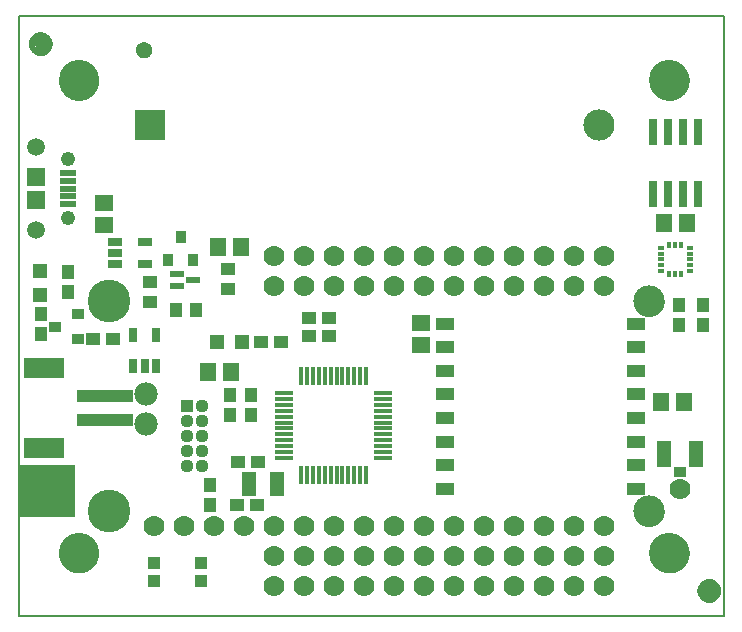
<source format=gts>
G75*
%MOIN*%
%OFA0B0*%
%FSLAX25Y25*%
%IPPOS*%
%LPD*%
%AMOC8*
5,1,8,0,0,1.08239X$1,22.5*
%
%ADD10C,0.00000*%
%ADD11C,0.10400*%
%ADD12C,0.00600*%
%ADD13R,0.19000X0.17500*%
%ADD14R,0.06306X0.05282*%
%ADD15R,0.04337X0.04731*%
%ADD16R,0.05282X0.06306*%
%ADD17R,0.05124X0.05124*%
%ADD18R,0.04731X0.04337*%
%ADD19C,0.04337*%
%ADD20C,0.01969*%
%ADD21R,0.04337X0.04337*%
%ADD22C,0.14243*%
%ADD23C,0.07000*%
%ADD24R,0.18510X0.04337*%
%ADD25R,0.13786X0.06699*%
%ADD26R,0.02565X0.05124*%
%ADD27R,0.04731X0.07880*%
%ADD28R,0.04534X0.02565*%
%ADD29R,0.04731X0.02369*%
%ADD30R,0.01581X0.06109*%
%ADD31R,0.06109X0.01581*%
%ADD32R,0.10400X0.10400*%
%ADD33C,0.05400*%
%ADD34R,0.06306X0.04337*%
%ADD35R,0.04534X0.09061*%
%ADD36R,0.04337X0.03550*%
%ADD37C,0.13400*%
%ADD38R,0.02426X0.01720*%
%ADD39R,0.02409X0.01731*%
%ADD40R,0.02427X0.01736*%
%ADD41R,0.02415X0.01739*%
%ADD42R,0.02415X0.01743*%
%ADD43R,0.02395X0.01738*%
%ADD44R,0.02387X0.01736*%
%ADD45R,0.02395X0.01730*%
%ADD46R,0.02386X0.01719*%
%ADD47R,0.02389X0.01750*%
%ADD48R,0.01753X0.02399*%
%ADD49R,0.01747X0.02405*%
%ADD50R,0.01749X0.02411*%
%ADD51R,0.01715X0.02398*%
%ADD52R,0.01723X0.02404*%
%ADD53R,0.01721X0.02411*%
%ADD54R,0.02762X0.09061*%
%ADD55C,0.04400*%
%ADD56R,0.04400X0.04400*%
%ADD57C,0.07800*%
%ADD58R,0.05715X0.01975*%
%ADD59C,0.04762*%
%ADD60C,0.05943*%
%ADD61R,0.06306X0.06306*%
%ADD62R,0.03900X0.03600*%
%ADD63R,0.03600X0.03900*%
%ADD64OC8,0.10400*%
D10*
X0052595Y0077996D02*
X0052597Y0078157D01*
X0052603Y0078317D01*
X0052613Y0078478D01*
X0052627Y0078638D01*
X0052645Y0078798D01*
X0052666Y0078957D01*
X0052692Y0079116D01*
X0052722Y0079274D01*
X0052755Y0079431D01*
X0052793Y0079588D01*
X0052834Y0079743D01*
X0052879Y0079897D01*
X0052928Y0080050D01*
X0052981Y0080202D01*
X0053037Y0080353D01*
X0053098Y0080502D01*
X0053161Y0080650D01*
X0053229Y0080796D01*
X0053300Y0080940D01*
X0053374Y0081082D01*
X0053452Y0081223D01*
X0053534Y0081361D01*
X0053619Y0081498D01*
X0053707Y0081632D01*
X0053799Y0081764D01*
X0053894Y0081894D01*
X0053992Y0082022D01*
X0054093Y0082147D01*
X0054197Y0082269D01*
X0054304Y0082389D01*
X0054414Y0082506D01*
X0054527Y0082621D01*
X0054643Y0082732D01*
X0054762Y0082841D01*
X0054883Y0082946D01*
X0055007Y0083049D01*
X0055133Y0083149D01*
X0055261Y0083245D01*
X0055392Y0083338D01*
X0055526Y0083428D01*
X0055661Y0083515D01*
X0055799Y0083598D01*
X0055938Y0083678D01*
X0056080Y0083754D01*
X0056223Y0083827D01*
X0056368Y0083896D01*
X0056515Y0083962D01*
X0056663Y0084024D01*
X0056813Y0084082D01*
X0056964Y0084137D01*
X0057117Y0084188D01*
X0057271Y0084235D01*
X0057426Y0084278D01*
X0057582Y0084317D01*
X0057738Y0084353D01*
X0057896Y0084384D01*
X0058054Y0084412D01*
X0058213Y0084436D01*
X0058373Y0084456D01*
X0058533Y0084472D01*
X0058693Y0084484D01*
X0058854Y0084492D01*
X0059015Y0084496D01*
X0059175Y0084496D01*
X0059336Y0084492D01*
X0059497Y0084484D01*
X0059657Y0084472D01*
X0059817Y0084456D01*
X0059977Y0084436D01*
X0060136Y0084412D01*
X0060294Y0084384D01*
X0060452Y0084353D01*
X0060608Y0084317D01*
X0060764Y0084278D01*
X0060919Y0084235D01*
X0061073Y0084188D01*
X0061226Y0084137D01*
X0061377Y0084082D01*
X0061527Y0084024D01*
X0061675Y0083962D01*
X0061822Y0083896D01*
X0061967Y0083827D01*
X0062110Y0083754D01*
X0062252Y0083678D01*
X0062391Y0083598D01*
X0062529Y0083515D01*
X0062664Y0083428D01*
X0062798Y0083338D01*
X0062929Y0083245D01*
X0063057Y0083149D01*
X0063183Y0083049D01*
X0063307Y0082946D01*
X0063428Y0082841D01*
X0063547Y0082732D01*
X0063663Y0082621D01*
X0063776Y0082506D01*
X0063886Y0082389D01*
X0063993Y0082269D01*
X0064097Y0082147D01*
X0064198Y0082022D01*
X0064296Y0081894D01*
X0064391Y0081764D01*
X0064483Y0081632D01*
X0064571Y0081498D01*
X0064656Y0081361D01*
X0064738Y0081223D01*
X0064816Y0081082D01*
X0064890Y0080940D01*
X0064961Y0080796D01*
X0065029Y0080650D01*
X0065092Y0080502D01*
X0065153Y0080353D01*
X0065209Y0080202D01*
X0065262Y0080050D01*
X0065311Y0079897D01*
X0065356Y0079743D01*
X0065397Y0079588D01*
X0065435Y0079431D01*
X0065468Y0079274D01*
X0065498Y0079116D01*
X0065524Y0078957D01*
X0065545Y0078798D01*
X0065563Y0078638D01*
X0065577Y0078478D01*
X0065587Y0078317D01*
X0065593Y0078157D01*
X0065595Y0077996D01*
X0065593Y0077835D01*
X0065587Y0077675D01*
X0065577Y0077514D01*
X0065563Y0077354D01*
X0065545Y0077194D01*
X0065524Y0077035D01*
X0065498Y0076876D01*
X0065468Y0076718D01*
X0065435Y0076561D01*
X0065397Y0076404D01*
X0065356Y0076249D01*
X0065311Y0076095D01*
X0065262Y0075942D01*
X0065209Y0075790D01*
X0065153Y0075639D01*
X0065092Y0075490D01*
X0065029Y0075342D01*
X0064961Y0075196D01*
X0064890Y0075052D01*
X0064816Y0074910D01*
X0064738Y0074769D01*
X0064656Y0074631D01*
X0064571Y0074494D01*
X0064483Y0074360D01*
X0064391Y0074228D01*
X0064296Y0074098D01*
X0064198Y0073970D01*
X0064097Y0073845D01*
X0063993Y0073723D01*
X0063886Y0073603D01*
X0063776Y0073486D01*
X0063663Y0073371D01*
X0063547Y0073260D01*
X0063428Y0073151D01*
X0063307Y0073046D01*
X0063183Y0072943D01*
X0063057Y0072843D01*
X0062929Y0072747D01*
X0062798Y0072654D01*
X0062664Y0072564D01*
X0062529Y0072477D01*
X0062391Y0072394D01*
X0062252Y0072314D01*
X0062110Y0072238D01*
X0061967Y0072165D01*
X0061822Y0072096D01*
X0061675Y0072030D01*
X0061527Y0071968D01*
X0061377Y0071910D01*
X0061226Y0071855D01*
X0061073Y0071804D01*
X0060919Y0071757D01*
X0060764Y0071714D01*
X0060608Y0071675D01*
X0060452Y0071639D01*
X0060294Y0071608D01*
X0060136Y0071580D01*
X0059977Y0071556D01*
X0059817Y0071536D01*
X0059657Y0071520D01*
X0059497Y0071508D01*
X0059336Y0071500D01*
X0059175Y0071496D01*
X0059015Y0071496D01*
X0058854Y0071500D01*
X0058693Y0071508D01*
X0058533Y0071520D01*
X0058373Y0071536D01*
X0058213Y0071556D01*
X0058054Y0071580D01*
X0057896Y0071608D01*
X0057738Y0071639D01*
X0057582Y0071675D01*
X0057426Y0071714D01*
X0057271Y0071757D01*
X0057117Y0071804D01*
X0056964Y0071855D01*
X0056813Y0071910D01*
X0056663Y0071968D01*
X0056515Y0072030D01*
X0056368Y0072096D01*
X0056223Y0072165D01*
X0056080Y0072238D01*
X0055938Y0072314D01*
X0055799Y0072394D01*
X0055661Y0072477D01*
X0055526Y0072564D01*
X0055392Y0072654D01*
X0055261Y0072747D01*
X0055133Y0072843D01*
X0055007Y0072943D01*
X0054883Y0073046D01*
X0054762Y0073151D01*
X0054643Y0073260D01*
X0054527Y0073371D01*
X0054414Y0073486D01*
X0054304Y0073603D01*
X0054197Y0073723D01*
X0054093Y0073845D01*
X0053992Y0073970D01*
X0053894Y0074098D01*
X0053799Y0074228D01*
X0053707Y0074360D01*
X0053619Y0074494D01*
X0053534Y0074631D01*
X0053452Y0074769D01*
X0053374Y0074910D01*
X0053300Y0075052D01*
X0053229Y0075196D01*
X0053161Y0075342D01*
X0053098Y0075490D01*
X0053037Y0075639D01*
X0052981Y0075790D01*
X0052928Y0075942D01*
X0052879Y0076095D01*
X0052834Y0076249D01*
X0052793Y0076404D01*
X0052755Y0076561D01*
X0052722Y0076718D01*
X0052692Y0076876D01*
X0052666Y0077035D01*
X0052645Y0077194D01*
X0052627Y0077354D01*
X0052613Y0077514D01*
X0052603Y0077675D01*
X0052597Y0077835D01*
X0052595Y0077996D01*
X0052595Y0235476D02*
X0052597Y0235637D01*
X0052603Y0235797D01*
X0052613Y0235958D01*
X0052627Y0236118D01*
X0052645Y0236278D01*
X0052666Y0236437D01*
X0052692Y0236596D01*
X0052722Y0236754D01*
X0052755Y0236911D01*
X0052793Y0237068D01*
X0052834Y0237223D01*
X0052879Y0237377D01*
X0052928Y0237530D01*
X0052981Y0237682D01*
X0053037Y0237833D01*
X0053098Y0237982D01*
X0053161Y0238130D01*
X0053229Y0238276D01*
X0053300Y0238420D01*
X0053374Y0238562D01*
X0053452Y0238703D01*
X0053534Y0238841D01*
X0053619Y0238978D01*
X0053707Y0239112D01*
X0053799Y0239244D01*
X0053894Y0239374D01*
X0053992Y0239502D01*
X0054093Y0239627D01*
X0054197Y0239749D01*
X0054304Y0239869D01*
X0054414Y0239986D01*
X0054527Y0240101D01*
X0054643Y0240212D01*
X0054762Y0240321D01*
X0054883Y0240426D01*
X0055007Y0240529D01*
X0055133Y0240629D01*
X0055261Y0240725D01*
X0055392Y0240818D01*
X0055526Y0240908D01*
X0055661Y0240995D01*
X0055799Y0241078D01*
X0055938Y0241158D01*
X0056080Y0241234D01*
X0056223Y0241307D01*
X0056368Y0241376D01*
X0056515Y0241442D01*
X0056663Y0241504D01*
X0056813Y0241562D01*
X0056964Y0241617D01*
X0057117Y0241668D01*
X0057271Y0241715D01*
X0057426Y0241758D01*
X0057582Y0241797D01*
X0057738Y0241833D01*
X0057896Y0241864D01*
X0058054Y0241892D01*
X0058213Y0241916D01*
X0058373Y0241936D01*
X0058533Y0241952D01*
X0058693Y0241964D01*
X0058854Y0241972D01*
X0059015Y0241976D01*
X0059175Y0241976D01*
X0059336Y0241972D01*
X0059497Y0241964D01*
X0059657Y0241952D01*
X0059817Y0241936D01*
X0059977Y0241916D01*
X0060136Y0241892D01*
X0060294Y0241864D01*
X0060452Y0241833D01*
X0060608Y0241797D01*
X0060764Y0241758D01*
X0060919Y0241715D01*
X0061073Y0241668D01*
X0061226Y0241617D01*
X0061377Y0241562D01*
X0061527Y0241504D01*
X0061675Y0241442D01*
X0061822Y0241376D01*
X0061967Y0241307D01*
X0062110Y0241234D01*
X0062252Y0241158D01*
X0062391Y0241078D01*
X0062529Y0240995D01*
X0062664Y0240908D01*
X0062798Y0240818D01*
X0062929Y0240725D01*
X0063057Y0240629D01*
X0063183Y0240529D01*
X0063307Y0240426D01*
X0063428Y0240321D01*
X0063547Y0240212D01*
X0063663Y0240101D01*
X0063776Y0239986D01*
X0063886Y0239869D01*
X0063993Y0239749D01*
X0064097Y0239627D01*
X0064198Y0239502D01*
X0064296Y0239374D01*
X0064391Y0239244D01*
X0064483Y0239112D01*
X0064571Y0238978D01*
X0064656Y0238841D01*
X0064738Y0238703D01*
X0064816Y0238562D01*
X0064890Y0238420D01*
X0064961Y0238276D01*
X0065029Y0238130D01*
X0065092Y0237982D01*
X0065153Y0237833D01*
X0065209Y0237682D01*
X0065262Y0237530D01*
X0065311Y0237377D01*
X0065356Y0237223D01*
X0065397Y0237068D01*
X0065435Y0236911D01*
X0065468Y0236754D01*
X0065498Y0236596D01*
X0065524Y0236437D01*
X0065545Y0236278D01*
X0065563Y0236118D01*
X0065577Y0235958D01*
X0065587Y0235797D01*
X0065593Y0235637D01*
X0065595Y0235476D01*
X0065593Y0235315D01*
X0065587Y0235155D01*
X0065577Y0234994D01*
X0065563Y0234834D01*
X0065545Y0234674D01*
X0065524Y0234515D01*
X0065498Y0234356D01*
X0065468Y0234198D01*
X0065435Y0234041D01*
X0065397Y0233884D01*
X0065356Y0233729D01*
X0065311Y0233575D01*
X0065262Y0233422D01*
X0065209Y0233270D01*
X0065153Y0233119D01*
X0065092Y0232970D01*
X0065029Y0232822D01*
X0064961Y0232676D01*
X0064890Y0232532D01*
X0064816Y0232390D01*
X0064738Y0232249D01*
X0064656Y0232111D01*
X0064571Y0231974D01*
X0064483Y0231840D01*
X0064391Y0231708D01*
X0064296Y0231578D01*
X0064198Y0231450D01*
X0064097Y0231325D01*
X0063993Y0231203D01*
X0063886Y0231083D01*
X0063776Y0230966D01*
X0063663Y0230851D01*
X0063547Y0230740D01*
X0063428Y0230631D01*
X0063307Y0230526D01*
X0063183Y0230423D01*
X0063057Y0230323D01*
X0062929Y0230227D01*
X0062798Y0230134D01*
X0062664Y0230044D01*
X0062529Y0229957D01*
X0062391Y0229874D01*
X0062252Y0229794D01*
X0062110Y0229718D01*
X0061967Y0229645D01*
X0061822Y0229576D01*
X0061675Y0229510D01*
X0061527Y0229448D01*
X0061377Y0229390D01*
X0061226Y0229335D01*
X0061073Y0229284D01*
X0060919Y0229237D01*
X0060764Y0229194D01*
X0060608Y0229155D01*
X0060452Y0229119D01*
X0060294Y0229088D01*
X0060136Y0229060D01*
X0059977Y0229036D01*
X0059817Y0229016D01*
X0059657Y0229000D01*
X0059497Y0228988D01*
X0059336Y0228980D01*
X0059175Y0228976D01*
X0059015Y0228976D01*
X0058854Y0228980D01*
X0058693Y0228988D01*
X0058533Y0229000D01*
X0058373Y0229016D01*
X0058213Y0229036D01*
X0058054Y0229060D01*
X0057896Y0229088D01*
X0057738Y0229119D01*
X0057582Y0229155D01*
X0057426Y0229194D01*
X0057271Y0229237D01*
X0057117Y0229284D01*
X0056964Y0229335D01*
X0056813Y0229390D01*
X0056663Y0229448D01*
X0056515Y0229510D01*
X0056368Y0229576D01*
X0056223Y0229645D01*
X0056080Y0229718D01*
X0055938Y0229794D01*
X0055799Y0229874D01*
X0055661Y0229957D01*
X0055526Y0230044D01*
X0055392Y0230134D01*
X0055261Y0230227D01*
X0055133Y0230323D01*
X0055007Y0230423D01*
X0054883Y0230526D01*
X0054762Y0230631D01*
X0054643Y0230740D01*
X0054527Y0230851D01*
X0054414Y0230966D01*
X0054304Y0231083D01*
X0054197Y0231203D01*
X0054093Y0231325D01*
X0053992Y0231450D01*
X0053894Y0231578D01*
X0053799Y0231708D01*
X0053707Y0231840D01*
X0053619Y0231974D01*
X0053534Y0232111D01*
X0053452Y0232249D01*
X0053374Y0232390D01*
X0053300Y0232532D01*
X0053229Y0232676D01*
X0053161Y0232822D01*
X0053098Y0232970D01*
X0053037Y0233119D01*
X0052981Y0233270D01*
X0052928Y0233422D01*
X0052879Y0233575D01*
X0052834Y0233729D01*
X0052793Y0233884D01*
X0052755Y0234041D01*
X0052722Y0234198D01*
X0052692Y0234356D01*
X0052666Y0234515D01*
X0052645Y0234674D01*
X0052627Y0234834D01*
X0052613Y0234994D01*
X0052603Y0235155D01*
X0052597Y0235315D01*
X0052595Y0235476D01*
X0078268Y0245630D02*
X0078270Y0245729D01*
X0078276Y0245829D01*
X0078286Y0245928D01*
X0078300Y0246026D01*
X0078317Y0246124D01*
X0078339Y0246221D01*
X0078364Y0246317D01*
X0078393Y0246412D01*
X0078426Y0246506D01*
X0078463Y0246598D01*
X0078503Y0246689D01*
X0078547Y0246778D01*
X0078595Y0246866D01*
X0078646Y0246951D01*
X0078700Y0247034D01*
X0078757Y0247116D01*
X0078818Y0247194D01*
X0078882Y0247271D01*
X0078948Y0247344D01*
X0079018Y0247415D01*
X0079090Y0247483D01*
X0079165Y0247549D01*
X0079243Y0247611D01*
X0079323Y0247670D01*
X0079405Y0247726D01*
X0079489Y0247778D01*
X0079576Y0247827D01*
X0079664Y0247873D01*
X0079754Y0247915D01*
X0079846Y0247954D01*
X0079939Y0247989D01*
X0080033Y0248020D01*
X0080129Y0248047D01*
X0080226Y0248070D01*
X0080323Y0248090D01*
X0080421Y0248106D01*
X0080520Y0248118D01*
X0080619Y0248126D01*
X0080718Y0248130D01*
X0080818Y0248130D01*
X0080917Y0248126D01*
X0081016Y0248118D01*
X0081115Y0248106D01*
X0081213Y0248090D01*
X0081310Y0248070D01*
X0081407Y0248047D01*
X0081503Y0248020D01*
X0081597Y0247989D01*
X0081690Y0247954D01*
X0081782Y0247915D01*
X0081872Y0247873D01*
X0081960Y0247827D01*
X0082047Y0247778D01*
X0082131Y0247726D01*
X0082213Y0247670D01*
X0082293Y0247611D01*
X0082371Y0247549D01*
X0082446Y0247483D01*
X0082518Y0247415D01*
X0082588Y0247344D01*
X0082654Y0247271D01*
X0082718Y0247194D01*
X0082779Y0247116D01*
X0082836Y0247034D01*
X0082890Y0246951D01*
X0082941Y0246866D01*
X0082989Y0246778D01*
X0083033Y0246689D01*
X0083073Y0246598D01*
X0083110Y0246506D01*
X0083143Y0246412D01*
X0083172Y0246317D01*
X0083197Y0246221D01*
X0083219Y0246124D01*
X0083236Y0246026D01*
X0083250Y0245928D01*
X0083260Y0245829D01*
X0083266Y0245729D01*
X0083268Y0245630D01*
X0083266Y0245531D01*
X0083260Y0245431D01*
X0083250Y0245332D01*
X0083236Y0245234D01*
X0083219Y0245136D01*
X0083197Y0245039D01*
X0083172Y0244943D01*
X0083143Y0244848D01*
X0083110Y0244754D01*
X0083073Y0244662D01*
X0083033Y0244571D01*
X0082989Y0244482D01*
X0082941Y0244394D01*
X0082890Y0244309D01*
X0082836Y0244226D01*
X0082779Y0244144D01*
X0082718Y0244066D01*
X0082654Y0243989D01*
X0082588Y0243916D01*
X0082518Y0243845D01*
X0082446Y0243777D01*
X0082371Y0243711D01*
X0082293Y0243649D01*
X0082213Y0243590D01*
X0082131Y0243534D01*
X0082047Y0243482D01*
X0081960Y0243433D01*
X0081872Y0243387D01*
X0081782Y0243345D01*
X0081690Y0243306D01*
X0081597Y0243271D01*
X0081503Y0243240D01*
X0081407Y0243213D01*
X0081310Y0243190D01*
X0081213Y0243170D01*
X0081115Y0243154D01*
X0081016Y0243142D01*
X0080917Y0243134D01*
X0080818Y0243130D01*
X0080718Y0243130D01*
X0080619Y0243134D01*
X0080520Y0243142D01*
X0080421Y0243154D01*
X0080323Y0243170D01*
X0080226Y0243190D01*
X0080129Y0243213D01*
X0080033Y0243240D01*
X0079939Y0243271D01*
X0079846Y0243306D01*
X0079754Y0243345D01*
X0079664Y0243387D01*
X0079576Y0243433D01*
X0079489Y0243482D01*
X0079405Y0243534D01*
X0079323Y0243590D01*
X0079243Y0243649D01*
X0079165Y0243711D01*
X0079090Y0243777D01*
X0079018Y0243845D01*
X0078948Y0243916D01*
X0078882Y0243989D01*
X0078818Y0244066D01*
X0078757Y0244144D01*
X0078700Y0244226D01*
X0078646Y0244309D01*
X0078595Y0244394D01*
X0078547Y0244482D01*
X0078503Y0244571D01*
X0078463Y0244662D01*
X0078426Y0244754D01*
X0078393Y0244848D01*
X0078364Y0244943D01*
X0078339Y0245039D01*
X0078317Y0245136D01*
X0078300Y0245234D01*
X0078286Y0245332D01*
X0078276Y0245431D01*
X0078270Y0245531D01*
X0078268Y0245630D01*
X0244095Y0161933D02*
X0244097Y0162074D01*
X0244103Y0162215D01*
X0244113Y0162355D01*
X0244127Y0162495D01*
X0244145Y0162635D01*
X0244166Y0162774D01*
X0244192Y0162913D01*
X0244221Y0163051D01*
X0244255Y0163187D01*
X0244292Y0163323D01*
X0244333Y0163458D01*
X0244378Y0163592D01*
X0244427Y0163724D01*
X0244479Y0163855D01*
X0244535Y0163984D01*
X0244595Y0164111D01*
X0244658Y0164237D01*
X0244724Y0164361D01*
X0244795Y0164484D01*
X0244868Y0164604D01*
X0244945Y0164722D01*
X0245025Y0164838D01*
X0245109Y0164951D01*
X0245195Y0165062D01*
X0245285Y0165171D01*
X0245378Y0165277D01*
X0245473Y0165380D01*
X0245572Y0165481D01*
X0245673Y0165579D01*
X0245777Y0165674D01*
X0245884Y0165766D01*
X0245993Y0165855D01*
X0246105Y0165940D01*
X0246219Y0166023D01*
X0246335Y0166103D01*
X0246454Y0166179D01*
X0246575Y0166251D01*
X0246697Y0166321D01*
X0246822Y0166386D01*
X0246948Y0166449D01*
X0247076Y0166507D01*
X0247206Y0166562D01*
X0247337Y0166614D01*
X0247470Y0166661D01*
X0247604Y0166705D01*
X0247739Y0166746D01*
X0247875Y0166782D01*
X0248012Y0166814D01*
X0248150Y0166843D01*
X0248288Y0166868D01*
X0248428Y0166888D01*
X0248568Y0166905D01*
X0248708Y0166918D01*
X0248849Y0166927D01*
X0248989Y0166932D01*
X0249130Y0166933D01*
X0249271Y0166930D01*
X0249412Y0166923D01*
X0249552Y0166912D01*
X0249692Y0166897D01*
X0249832Y0166878D01*
X0249971Y0166856D01*
X0250109Y0166829D01*
X0250247Y0166799D01*
X0250383Y0166764D01*
X0250519Y0166726D01*
X0250653Y0166684D01*
X0250787Y0166638D01*
X0250919Y0166589D01*
X0251049Y0166535D01*
X0251178Y0166478D01*
X0251305Y0166418D01*
X0251431Y0166354D01*
X0251554Y0166286D01*
X0251676Y0166215D01*
X0251796Y0166141D01*
X0251913Y0166063D01*
X0252028Y0165982D01*
X0252141Y0165898D01*
X0252252Y0165811D01*
X0252360Y0165720D01*
X0252465Y0165627D01*
X0252568Y0165530D01*
X0252668Y0165431D01*
X0252765Y0165329D01*
X0252859Y0165224D01*
X0252950Y0165117D01*
X0253038Y0165007D01*
X0253123Y0164895D01*
X0253205Y0164780D01*
X0253284Y0164663D01*
X0253359Y0164544D01*
X0253431Y0164423D01*
X0253499Y0164300D01*
X0253564Y0164175D01*
X0253626Y0164048D01*
X0253683Y0163919D01*
X0253738Y0163789D01*
X0253788Y0163658D01*
X0253835Y0163525D01*
X0253878Y0163391D01*
X0253917Y0163255D01*
X0253952Y0163119D01*
X0253984Y0162982D01*
X0254011Y0162844D01*
X0254035Y0162705D01*
X0254055Y0162565D01*
X0254071Y0162425D01*
X0254083Y0162285D01*
X0254091Y0162144D01*
X0254095Y0162003D01*
X0254095Y0161863D01*
X0254091Y0161722D01*
X0254083Y0161581D01*
X0254071Y0161441D01*
X0254055Y0161301D01*
X0254035Y0161161D01*
X0254011Y0161022D01*
X0253984Y0160884D01*
X0253952Y0160747D01*
X0253917Y0160611D01*
X0253878Y0160475D01*
X0253835Y0160341D01*
X0253788Y0160208D01*
X0253738Y0160077D01*
X0253683Y0159947D01*
X0253626Y0159818D01*
X0253564Y0159691D01*
X0253499Y0159566D01*
X0253431Y0159443D01*
X0253359Y0159322D01*
X0253284Y0159203D01*
X0253205Y0159086D01*
X0253123Y0158971D01*
X0253038Y0158859D01*
X0252950Y0158749D01*
X0252859Y0158642D01*
X0252765Y0158537D01*
X0252668Y0158435D01*
X0252568Y0158336D01*
X0252465Y0158239D01*
X0252360Y0158146D01*
X0252252Y0158055D01*
X0252141Y0157968D01*
X0252028Y0157884D01*
X0251913Y0157803D01*
X0251796Y0157725D01*
X0251676Y0157651D01*
X0251554Y0157580D01*
X0251431Y0157512D01*
X0251305Y0157448D01*
X0251178Y0157388D01*
X0251049Y0157331D01*
X0250919Y0157277D01*
X0250787Y0157228D01*
X0250653Y0157182D01*
X0250519Y0157140D01*
X0250383Y0157102D01*
X0250247Y0157067D01*
X0250109Y0157037D01*
X0249971Y0157010D01*
X0249832Y0156988D01*
X0249692Y0156969D01*
X0249552Y0156954D01*
X0249412Y0156943D01*
X0249271Y0156936D01*
X0249130Y0156933D01*
X0248989Y0156934D01*
X0248849Y0156939D01*
X0248708Y0156948D01*
X0248568Y0156961D01*
X0248428Y0156978D01*
X0248288Y0156998D01*
X0248150Y0157023D01*
X0248012Y0157052D01*
X0247875Y0157084D01*
X0247739Y0157120D01*
X0247604Y0157161D01*
X0247470Y0157205D01*
X0247337Y0157252D01*
X0247206Y0157304D01*
X0247076Y0157359D01*
X0246948Y0157417D01*
X0246822Y0157480D01*
X0246697Y0157545D01*
X0246575Y0157615D01*
X0246454Y0157687D01*
X0246335Y0157763D01*
X0246219Y0157843D01*
X0246105Y0157926D01*
X0245993Y0158011D01*
X0245884Y0158100D01*
X0245777Y0158192D01*
X0245673Y0158287D01*
X0245572Y0158385D01*
X0245473Y0158486D01*
X0245378Y0158589D01*
X0245285Y0158695D01*
X0245195Y0158804D01*
X0245109Y0158915D01*
X0245025Y0159028D01*
X0244945Y0159144D01*
X0244868Y0159262D01*
X0244795Y0159382D01*
X0244724Y0159505D01*
X0244658Y0159629D01*
X0244595Y0159755D01*
X0244535Y0159882D01*
X0244479Y0160011D01*
X0244427Y0160142D01*
X0244378Y0160274D01*
X0244333Y0160408D01*
X0244292Y0160543D01*
X0244255Y0160679D01*
X0244221Y0160815D01*
X0244192Y0160953D01*
X0244166Y0161092D01*
X0244145Y0161231D01*
X0244127Y0161371D01*
X0244113Y0161511D01*
X0244103Y0161651D01*
X0244097Y0161792D01*
X0244095Y0161933D01*
X0244095Y0091933D02*
X0244097Y0092074D01*
X0244103Y0092215D01*
X0244113Y0092355D01*
X0244127Y0092495D01*
X0244145Y0092635D01*
X0244166Y0092774D01*
X0244192Y0092913D01*
X0244221Y0093051D01*
X0244255Y0093187D01*
X0244292Y0093323D01*
X0244333Y0093458D01*
X0244378Y0093592D01*
X0244427Y0093724D01*
X0244479Y0093855D01*
X0244535Y0093984D01*
X0244595Y0094111D01*
X0244658Y0094237D01*
X0244724Y0094361D01*
X0244795Y0094484D01*
X0244868Y0094604D01*
X0244945Y0094722D01*
X0245025Y0094838D01*
X0245109Y0094951D01*
X0245195Y0095062D01*
X0245285Y0095171D01*
X0245378Y0095277D01*
X0245473Y0095380D01*
X0245572Y0095481D01*
X0245673Y0095579D01*
X0245777Y0095674D01*
X0245884Y0095766D01*
X0245993Y0095855D01*
X0246105Y0095940D01*
X0246219Y0096023D01*
X0246335Y0096103D01*
X0246454Y0096179D01*
X0246575Y0096251D01*
X0246697Y0096321D01*
X0246822Y0096386D01*
X0246948Y0096449D01*
X0247076Y0096507D01*
X0247206Y0096562D01*
X0247337Y0096614D01*
X0247470Y0096661D01*
X0247604Y0096705D01*
X0247739Y0096746D01*
X0247875Y0096782D01*
X0248012Y0096814D01*
X0248150Y0096843D01*
X0248288Y0096868D01*
X0248428Y0096888D01*
X0248568Y0096905D01*
X0248708Y0096918D01*
X0248849Y0096927D01*
X0248989Y0096932D01*
X0249130Y0096933D01*
X0249271Y0096930D01*
X0249412Y0096923D01*
X0249552Y0096912D01*
X0249692Y0096897D01*
X0249832Y0096878D01*
X0249971Y0096856D01*
X0250109Y0096829D01*
X0250247Y0096799D01*
X0250383Y0096764D01*
X0250519Y0096726D01*
X0250653Y0096684D01*
X0250787Y0096638D01*
X0250919Y0096589D01*
X0251049Y0096535D01*
X0251178Y0096478D01*
X0251305Y0096418D01*
X0251431Y0096354D01*
X0251554Y0096286D01*
X0251676Y0096215D01*
X0251796Y0096141D01*
X0251913Y0096063D01*
X0252028Y0095982D01*
X0252141Y0095898D01*
X0252252Y0095811D01*
X0252360Y0095720D01*
X0252465Y0095627D01*
X0252568Y0095530D01*
X0252668Y0095431D01*
X0252765Y0095329D01*
X0252859Y0095224D01*
X0252950Y0095117D01*
X0253038Y0095007D01*
X0253123Y0094895D01*
X0253205Y0094780D01*
X0253284Y0094663D01*
X0253359Y0094544D01*
X0253431Y0094423D01*
X0253499Y0094300D01*
X0253564Y0094175D01*
X0253626Y0094048D01*
X0253683Y0093919D01*
X0253738Y0093789D01*
X0253788Y0093658D01*
X0253835Y0093525D01*
X0253878Y0093391D01*
X0253917Y0093255D01*
X0253952Y0093119D01*
X0253984Y0092982D01*
X0254011Y0092844D01*
X0254035Y0092705D01*
X0254055Y0092565D01*
X0254071Y0092425D01*
X0254083Y0092285D01*
X0254091Y0092144D01*
X0254095Y0092003D01*
X0254095Y0091863D01*
X0254091Y0091722D01*
X0254083Y0091581D01*
X0254071Y0091441D01*
X0254055Y0091301D01*
X0254035Y0091161D01*
X0254011Y0091022D01*
X0253984Y0090884D01*
X0253952Y0090747D01*
X0253917Y0090611D01*
X0253878Y0090475D01*
X0253835Y0090341D01*
X0253788Y0090208D01*
X0253738Y0090077D01*
X0253683Y0089947D01*
X0253626Y0089818D01*
X0253564Y0089691D01*
X0253499Y0089566D01*
X0253431Y0089443D01*
X0253359Y0089322D01*
X0253284Y0089203D01*
X0253205Y0089086D01*
X0253123Y0088971D01*
X0253038Y0088859D01*
X0252950Y0088749D01*
X0252859Y0088642D01*
X0252765Y0088537D01*
X0252668Y0088435D01*
X0252568Y0088336D01*
X0252465Y0088239D01*
X0252360Y0088146D01*
X0252252Y0088055D01*
X0252141Y0087968D01*
X0252028Y0087884D01*
X0251913Y0087803D01*
X0251796Y0087725D01*
X0251676Y0087651D01*
X0251554Y0087580D01*
X0251431Y0087512D01*
X0251305Y0087448D01*
X0251178Y0087388D01*
X0251049Y0087331D01*
X0250919Y0087277D01*
X0250787Y0087228D01*
X0250653Y0087182D01*
X0250519Y0087140D01*
X0250383Y0087102D01*
X0250247Y0087067D01*
X0250109Y0087037D01*
X0249971Y0087010D01*
X0249832Y0086988D01*
X0249692Y0086969D01*
X0249552Y0086954D01*
X0249412Y0086943D01*
X0249271Y0086936D01*
X0249130Y0086933D01*
X0248989Y0086934D01*
X0248849Y0086939D01*
X0248708Y0086948D01*
X0248568Y0086961D01*
X0248428Y0086978D01*
X0248288Y0086998D01*
X0248150Y0087023D01*
X0248012Y0087052D01*
X0247875Y0087084D01*
X0247739Y0087120D01*
X0247604Y0087161D01*
X0247470Y0087205D01*
X0247337Y0087252D01*
X0247206Y0087304D01*
X0247076Y0087359D01*
X0246948Y0087417D01*
X0246822Y0087480D01*
X0246697Y0087545D01*
X0246575Y0087615D01*
X0246454Y0087687D01*
X0246335Y0087763D01*
X0246219Y0087843D01*
X0246105Y0087926D01*
X0245993Y0088011D01*
X0245884Y0088100D01*
X0245777Y0088192D01*
X0245673Y0088287D01*
X0245572Y0088385D01*
X0245473Y0088486D01*
X0245378Y0088589D01*
X0245285Y0088695D01*
X0245195Y0088804D01*
X0245109Y0088915D01*
X0245025Y0089028D01*
X0244945Y0089144D01*
X0244868Y0089262D01*
X0244795Y0089382D01*
X0244724Y0089505D01*
X0244658Y0089629D01*
X0244595Y0089755D01*
X0244535Y0089882D01*
X0244479Y0090011D01*
X0244427Y0090142D01*
X0244378Y0090274D01*
X0244333Y0090408D01*
X0244292Y0090543D01*
X0244255Y0090679D01*
X0244221Y0090815D01*
X0244192Y0090953D01*
X0244166Y0091092D01*
X0244145Y0091231D01*
X0244127Y0091371D01*
X0244113Y0091511D01*
X0244103Y0091651D01*
X0244097Y0091792D01*
X0244095Y0091933D01*
X0249446Y0077996D02*
X0249448Y0078157D01*
X0249454Y0078317D01*
X0249464Y0078478D01*
X0249478Y0078638D01*
X0249496Y0078798D01*
X0249517Y0078957D01*
X0249543Y0079116D01*
X0249573Y0079274D01*
X0249606Y0079431D01*
X0249644Y0079588D01*
X0249685Y0079743D01*
X0249730Y0079897D01*
X0249779Y0080050D01*
X0249832Y0080202D01*
X0249888Y0080353D01*
X0249949Y0080502D01*
X0250012Y0080650D01*
X0250080Y0080796D01*
X0250151Y0080940D01*
X0250225Y0081082D01*
X0250303Y0081223D01*
X0250385Y0081361D01*
X0250470Y0081498D01*
X0250558Y0081632D01*
X0250650Y0081764D01*
X0250745Y0081894D01*
X0250843Y0082022D01*
X0250944Y0082147D01*
X0251048Y0082269D01*
X0251155Y0082389D01*
X0251265Y0082506D01*
X0251378Y0082621D01*
X0251494Y0082732D01*
X0251613Y0082841D01*
X0251734Y0082946D01*
X0251858Y0083049D01*
X0251984Y0083149D01*
X0252112Y0083245D01*
X0252243Y0083338D01*
X0252377Y0083428D01*
X0252512Y0083515D01*
X0252650Y0083598D01*
X0252789Y0083678D01*
X0252931Y0083754D01*
X0253074Y0083827D01*
X0253219Y0083896D01*
X0253366Y0083962D01*
X0253514Y0084024D01*
X0253664Y0084082D01*
X0253815Y0084137D01*
X0253968Y0084188D01*
X0254122Y0084235D01*
X0254277Y0084278D01*
X0254433Y0084317D01*
X0254589Y0084353D01*
X0254747Y0084384D01*
X0254905Y0084412D01*
X0255064Y0084436D01*
X0255224Y0084456D01*
X0255384Y0084472D01*
X0255544Y0084484D01*
X0255705Y0084492D01*
X0255866Y0084496D01*
X0256026Y0084496D01*
X0256187Y0084492D01*
X0256348Y0084484D01*
X0256508Y0084472D01*
X0256668Y0084456D01*
X0256828Y0084436D01*
X0256987Y0084412D01*
X0257145Y0084384D01*
X0257303Y0084353D01*
X0257459Y0084317D01*
X0257615Y0084278D01*
X0257770Y0084235D01*
X0257924Y0084188D01*
X0258077Y0084137D01*
X0258228Y0084082D01*
X0258378Y0084024D01*
X0258526Y0083962D01*
X0258673Y0083896D01*
X0258818Y0083827D01*
X0258961Y0083754D01*
X0259103Y0083678D01*
X0259242Y0083598D01*
X0259380Y0083515D01*
X0259515Y0083428D01*
X0259649Y0083338D01*
X0259780Y0083245D01*
X0259908Y0083149D01*
X0260034Y0083049D01*
X0260158Y0082946D01*
X0260279Y0082841D01*
X0260398Y0082732D01*
X0260514Y0082621D01*
X0260627Y0082506D01*
X0260737Y0082389D01*
X0260844Y0082269D01*
X0260948Y0082147D01*
X0261049Y0082022D01*
X0261147Y0081894D01*
X0261242Y0081764D01*
X0261334Y0081632D01*
X0261422Y0081498D01*
X0261507Y0081361D01*
X0261589Y0081223D01*
X0261667Y0081082D01*
X0261741Y0080940D01*
X0261812Y0080796D01*
X0261880Y0080650D01*
X0261943Y0080502D01*
X0262004Y0080353D01*
X0262060Y0080202D01*
X0262113Y0080050D01*
X0262162Y0079897D01*
X0262207Y0079743D01*
X0262248Y0079588D01*
X0262286Y0079431D01*
X0262319Y0079274D01*
X0262349Y0079116D01*
X0262375Y0078957D01*
X0262396Y0078798D01*
X0262414Y0078638D01*
X0262428Y0078478D01*
X0262438Y0078317D01*
X0262444Y0078157D01*
X0262446Y0077996D01*
X0262444Y0077835D01*
X0262438Y0077675D01*
X0262428Y0077514D01*
X0262414Y0077354D01*
X0262396Y0077194D01*
X0262375Y0077035D01*
X0262349Y0076876D01*
X0262319Y0076718D01*
X0262286Y0076561D01*
X0262248Y0076404D01*
X0262207Y0076249D01*
X0262162Y0076095D01*
X0262113Y0075942D01*
X0262060Y0075790D01*
X0262004Y0075639D01*
X0261943Y0075490D01*
X0261880Y0075342D01*
X0261812Y0075196D01*
X0261741Y0075052D01*
X0261667Y0074910D01*
X0261589Y0074769D01*
X0261507Y0074631D01*
X0261422Y0074494D01*
X0261334Y0074360D01*
X0261242Y0074228D01*
X0261147Y0074098D01*
X0261049Y0073970D01*
X0260948Y0073845D01*
X0260844Y0073723D01*
X0260737Y0073603D01*
X0260627Y0073486D01*
X0260514Y0073371D01*
X0260398Y0073260D01*
X0260279Y0073151D01*
X0260158Y0073046D01*
X0260034Y0072943D01*
X0259908Y0072843D01*
X0259780Y0072747D01*
X0259649Y0072654D01*
X0259515Y0072564D01*
X0259380Y0072477D01*
X0259242Y0072394D01*
X0259103Y0072314D01*
X0258961Y0072238D01*
X0258818Y0072165D01*
X0258673Y0072096D01*
X0258526Y0072030D01*
X0258378Y0071968D01*
X0258228Y0071910D01*
X0258077Y0071855D01*
X0257924Y0071804D01*
X0257770Y0071757D01*
X0257615Y0071714D01*
X0257459Y0071675D01*
X0257303Y0071639D01*
X0257145Y0071608D01*
X0256987Y0071580D01*
X0256828Y0071556D01*
X0256668Y0071536D01*
X0256508Y0071520D01*
X0256348Y0071508D01*
X0256187Y0071500D01*
X0256026Y0071496D01*
X0255866Y0071496D01*
X0255705Y0071500D01*
X0255544Y0071508D01*
X0255384Y0071520D01*
X0255224Y0071536D01*
X0255064Y0071556D01*
X0254905Y0071580D01*
X0254747Y0071608D01*
X0254589Y0071639D01*
X0254433Y0071675D01*
X0254277Y0071714D01*
X0254122Y0071757D01*
X0253968Y0071804D01*
X0253815Y0071855D01*
X0253664Y0071910D01*
X0253514Y0071968D01*
X0253366Y0072030D01*
X0253219Y0072096D01*
X0253074Y0072165D01*
X0252931Y0072238D01*
X0252789Y0072314D01*
X0252650Y0072394D01*
X0252512Y0072477D01*
X0252377Y0072564D01*
X0252243Y0072654D01*
X0252112Y0072747D01*
X0251984Y0072843D01*
X0251858Y0072943D01*
X0251734Y0073046D01*
X0251613Y0073151D01*
X0251494Y0073260D01*
X0251378Y0073371D01*
X0251265Y0073486D01*
X0251155Y0073603D01*
X0251048Y0073723D01*
X0250944Y0073845D01*
X0250843Y0073970D01*
X0250745Y0074098D01*
X0250650Y0074228D01*
X0250558Y0074360D01*
X0250470Y0074494D01*
X0250385Y0074631D01*
X0250303Y0074769D01*
X0250225Y0074910D01*
X0250151Y0075052D01*
X0250080Y0075196D01*
X0250012Y0075342D01*
X0249949Y0075490D01*
X0249888Y0075639D01*
X0249832Y0075790D01*
X0249779Y0075942D01*
X0249730Y0076095D01*
X0249685Y0076249D01*
X0249644Y0076404D01*
X0249606Y0076561D01*
X0249573Y0076718D01*
X0249543Y0076876D01*
X0249517Y0077035D01*
X0249496Y0077194D01*
X0249478Y0077354D01*
X0249464Y0077514D01*
X0249454Y0077675D01*
X0249448Y0077835D01*
X0249446Y0077996D01*
X0249446Y0235476D02*
X0249448Y0235637D01*
X0249454Y0235797D01*
X0249464Y0235958D01*
X0249478Y0236118D01*
X0249496Y0236278D01*
X0249517Y0236437D01*
X0249543Y0236596D01*
X0249573Y0236754D01*
X0249606Y0236911D01*
X0249644Y0237068D01*
X0249685Y0237223D01*
X0249730Y0237377D01*
X0249779Y0237530D01*
X0249832Y0237682D01*
X0249888Y0237833D01*
X0249949Y0237982D01*
X0250012Y0238130D01*
X0250080Y0238276D01*
X0250151Y0238420D01*
X0250225Y0238562D01*
X0250303Y0238703D01*
X0250385Y0238841D01*
X0250470Y0238978D01*
X0250558Y0239112D01*
X0250650Y0239244D01*
X0250745Y0239374D01*
X0250843Y0239502D01*
X0250944Y0239627D01*
X0251048Y0239749D01*
X0251155Y0239869D01*
X0251265Y0239986D01*
X0251378Y0240101D01*
X0251494Y0240212D01*
X0251613Y0240321D01*
X0251734Y0240426D01*
X0251858Y0240529D01*
X0251984Y0240629D01*
X0252112Y0240725D01*
X0252243Y0240818D01*
X0252377Y0240908D01*
X0252512Y0240995D01*
X0252650Y0241078D01*
X0252789Y0241158D01*
X0252931Y0241234D01*
X0253074Y0241307D01*
X0253219Y0241376D01*
X0253366Y0241442D01*
X0253514Y0241504D01*
X0253664Y0241562D01*
X0253815Y0241617D01*
X0253968Y0241668D01*
X0254122Y0241715D01*
X0254277Y0241758D01*
X0254433Y0241797D01*
X0254589Y0241833D01*
X0254747Y0241864D01*
X0254905Y0241892D01*
X0255064Y0241916D01*
X0255224Y0241936D01*
X0255384Y0241952D01*
X0255544Y0241964D01*
X0255705Y0241972D01*
X0255866Y0241976D01*
X0256026Y0241976D01*
X0256187Y0241972D01*
X0256348Y0241964D01*
X0256508Y0241952D01*
X0256668Y0241936D01*
X0256828Y0241916D01*
X0256987Y0241892D01*
X0257145Y0241864D01*
X0257303Y0241833D01*
X0257459Y0241797D01*
X0257615Y0241758D01*
X0257770Y0241715D01*
X0257924Y0241668D01*
X0258077Y0241617D01*
X0258228Y0241562D01*
X0258378Y0241504D01*
X0258526Y0241442D01*
X0258673Y0241376D01*
X0258818Y0241307D01*
X0258961Y0241234D01*
X0259103Y0241158D01*
X0259242Y0241078D01*
X0259380Y0240995D01*
X0259515Y0240908D01*
X0259649Y0240818D01*
X0259780Y0240725D01*
X0259908Y0240629D01*
X0260034Y0240529D01*
X0260158Y0240426D01*
X0260279Y0240321D01*
X0260398Y0240212D01*
X0260514Y0240101D01*
X0260627Y0239986D01*
X0260737Y0239869D01*
X0260844Y0239749D01*
X0260948Y0239627D01*
X0261049Y0239502D01*
X0261147Y0239374D01*
X0261242Y0239244D01*
X0261334Y0239112D01*
X0261422Y0238978D01*
X0261507Y0238841D01*
X0261589Y0238703D01*
X0261667Y0238562D01*
X0261741Y0238420D01*
X0261812Y0238276D01*
X0261880Y0238130D01*
X0261943Y0237982D01*
X0262004Y0237833D01*
X0262060Y0237682D01*
X0262113Y0237530D01*
X0262162Y0237377D01*
X0262207Y0237223D01*
X0262248Y0237068D01*
X0262286Y0236911D01*
X0262319Y0236754D01*
X0262349Y0236596D01*
X0262375Y0236437D01*
X0262396Y0236278D01*
X0262414Y0236118D01*
X0262428Y0235958D01*
X0262438Y0235797D01*
X0262444Y0235637D01*
X0262446Y0235476D01*
X0262444Y0235315D01*
X0262438Y0235155D01*
X0262428Y0234994D01*
X0262414Y0234834D01*
X0262396Y0234674D01*
X0262375Y0234515D01*
X0262349Y0234356D01*
X0262319Y0234198D01*
X0262286Y0234041D01*
X0262248Y0233884D01*
X0262207Y0233729D01*
X0262162Y0233575D01*
X0262113Y0233422D01*
X0262060Y0233270D01*
X0262004Y0233119D01*
X0261943Y0232970D01*
X0261880Y0232822D01*
X0261812Y0232676D01*
X0261741Y0232532D01*
X0261667Y0232390D01*
X0261589Y0232249D01*
X0261507Y0232111D01*
X0261422Y0231974D01*
X0261334Y0231840D01*
X0261242Y0231708D01*
X0261147Y0231578D01*
X0261049Y0231450D01*
X0260948Y0231325D01*
X0260844Y0231203D01*
X0260737Y0231083D01*
X0260627Y0230966D01*
X0260514Y0230851D01*
X0260398Y0230740D01*
X0260279Y0230631D01*
X0260158Y0230526D01*
X0260034Y0230423D01*
X0259908Y0230323D01*
X0259780Y0230227D01*
X0259649Y0230134D01*
X0259515Y0230044D01*
X0259380Y0229957D01*
X0259242Y0229874D01*
X0259103Y0229794D01*
X0258961Y0229718D01*
X0258818Y0229645D01*
X0258673Y0229576D01*
X0258526Y0229510D01*
X0258378Y0229448D01*
X0258228Y0229390D01*
X0258077Y0229335D01*
X0257924Y0229284D01*
X0257770Y0229237D01*
X0257615Y0229194D01*
X0257459Y0229155D01*
X0257303Y0229119D01*
X0257145Y0229088D01*
X0256987Y0229060D01*
X0256828Y0229036D01*
X0256668Y0229016D01*
X0256508Y0229000D01*
X0256348Y0228988D01*
X0256187Y0228980D01*
X0256026Y0228976D01*
X0255866Y0228976D01*
X0255705Y0228980D01*
X0255544Y0228988D01*
X0255384Y0229000D01*
X0255224Y0229016D01*
X0255064Y0229036D01*
X0254905Y0229060D01*
X0254747Y0229088D01*
X0254589Y0229119D01*
X0254433Y0229155D01*
X0254277Y0229194D01*
X0254122Y0229237D01*
X0253968Y0229284D01*
X0253815Y0229335D01*
X0253664Y0229390D01*
X0253514Y0229448D01*
X0253366Y0229510D01*
X0253219Y0229576D01*
X0253074Y0229645D01*
X0252931Y0229718D01*
X0252789Y0229794D01*
X0252650Y0229874D01*
X0252512Y0229957D01*
X0252377Y0230044D01*
X0252243Y0230134D01*
X0252112Y0230227D01*
X0251984Y0230323D01*
X0251858Y0230423D01*
X0251734Y0230526D01*
X0251613Y0230631D01*
X0251494Y0230740D01*
X0251378Y0230851D01*
X0251265Y0230966D01*
X0251155Y0231083D01*
X0251048Y0231203D01*
X0250944Y0231325D01*
X0250843Y0231450D01*
X0250745Y0231578D01*
X0250650Y0231708D01*
X0250558Y0231840D01*
X0250470Y0231974D01*
X0250385Y0232111D01*
X0250303Y0232249D01*
X0250225Y0232390D01*
X0250151Y0232532D01*
X0250080Y0232676D01*
X0250012Y0232822D01*
X0249949Y0232970D01*
X0249888Y0233119D01*
X0249832Y0233270D01*
X0249779Y0233422D01*
X0249730Y0233575D01*
X0249685Y0233729D01*
X0249644Y0233884D01*
X0249606Y0234041D01*
X0249573Y0234198D01*
X0249543Y0234356D01*
X0249517Y0234515D01*
X0249496Y0234674D01*
X0249478Y0234834D01*
X0249464Y0234994D01*
X0249454Y0235155D01*
X0249448Y0235315D01*
X0249446Y0235476D01*
D11*
X0232468Y0220630D03*
X0249095Y0161933D03*
X0249095Y0091933D03*
D12*
X0039095Y0056933D02*
X0039095Y0256933D01*
X0274095Y0256933D01*
X0274095Y0056933D01*
X0039095Y0056933D01*
D13*
X0048595Y0098683D03*
D14*
X0067438Y0187213D03*
X0067438Y0194693D03*
X0173095Y0154673D03*
X0173095Y0147193D03*
D15*
X0116595Y0130780D03*
X0116595Y0124087D03*
X0109662Y0123787D03*
X0109662Y0130480D03*
X0102990Y0100480D03*
X0102990Y0093787D03*
X0046595Y0151087D03*
X0046595Y0157780D03*
X0055595Y0165087D03*
X0055595Y0171780D03*
X0091544Y0159059D03*
X0098237Y0159059D03*
X0259095Y0160780D03*
X0259095Y0154087D03*
X0267095Y0154087D03*
X0267095Y0160780D03*
D16*
X0261835Y0187933D03*
X0254355Y0187933D03*
X0253367Y0128382D03*
X0260847Y0128382D03*
X0113072Y0179992D03*
X0105591Y0179992D03*
X0102355Y0138433D03*
X0109835Y0138433D03*
D17*
X0113642Y0148276D03*
X0105375Y0148276D03*
X0046095Y0163799D03*
X0046095Y0172067D03*
D18*
X0063749Y0149433D03*
X0070442Y0149433D03*
X0083028Y0161606D03*
X0083028Y0168299D03*
X0108973Y0165850D03*
X0108973Y0172543D03*
X0119749Y0148433D03*
X0126442Y0148433D03*
X0135749Y0150433D03*
X0135749Y0156433D03*
X0142442Y0156433D03*
X0142442Y0150433D03*
X0118942Y0108433D03*
X0112249Y0108433D03*
X0111749Y0093933D03*
X0118442Y0093933D03*
D19*
X0269340Y0065276D03*
X0046477Y0247547D03*
D20*
X0046477Y0250500D02*
X0046369Y0250498D01*
X0046261Y0250492D01*
X0046154Y0250482D01*
X0046047Y0250469D01*
X0045941Y0250451D01*
X0045835Y0250429D01*
X0045730Y0250404D01*
X0045626Y0250375D01*
X0045524Y0250342D01*
X0045422Y0250305D01*
X0045322Y0250265D01*
X0045224Y0250221D01*
X0045127Y0250173D01*
X0045032Y0250122D01*
X0044939Y0250068D01*
X0044848Y0250010D01*
X0044759Y0249949D01*
X0044672Y0249884D01*
X0044588Y0249817D01*
X0044506Y0249746D01*
X0044427Y0249673D01*
X0044351Y0249597D01*
X0044278Y0249518D01*
X0044207Y0249436D01*
X0044140Y0249352D01*
X0044075Y0249265D01*
X0044014Y0249176D01*
X0043956Y0249085D01*
X0043902Y0248992D01*
X0043851Y0248897D01*
X0043803Y0248800D01*
X0043759Y0248702D01*
X0043719Y0248602D01*
X0043682Y0248500D01*
X0043649Y0248398D01*
X0043620Y0248294D01*
X0043595Y0248189D01*
X0043573Y0248083D01*
X0043555Y0247977D01*
X0043542Y0247870D01*
X0043532Y0247763D01*
X0043526Y0247655D01*
X0043524Y0247547D01*
X0043526Y0247439D01*
X0043532Y0247331D01*
X0043542Y0247224D01*
X0043555Y0247117D01*
X0043573Y0247011D01*
X0043595Y0246905D01*
X0043620Y0246800D01*
X0043649Y0246696D01*
X0043682Y0246594D01*
X0043719Y0246492D01*
X0043759Y0246392D01*
X0043803Y0246294D01*
X0043851Y0246197D01*
X0043902Y0246102D01*
X0043956Y0246009D01*
X0044014Y0245918D01*
X0044075Y0245829D01*
X0044140Y0245742D01*
X0044207Y0245658D01*
X0044278Y0245576D01*
X0044351Y0245497D01*
X0044427Y0245421D01*
X0044506Y0245348D01*
X0044588Y0245277D01*
X0044672Y0245210D01*
X0044759Y0245145D01*
X0044848Y0245084D01*
X0044939Y0245026D01*
X0045032Y0244972D01*
X0045127Y0244921D01*
X0045224Y0244873D01*
X0045322Y0244829D01*
X0045422Y0244789D01*
X0045524Y0244752D01*
X0045626Y0244719D01*
X0045730Y0244690D01*
X0045835Y0244665D01*
X0045941Y0244643D01*
X0046047Y0244625D01*
X0046154Y0244612D01*
X0046261Y0244602D01*
X0046369Y0244596D01*
X0046477Y0244594D01*
X0046585Y0244596D01*
X0046693Y0244602D01*
X0046800Y0244612D01*
X0046907Y0244625D01*
X0047013Y0244643D01*
X0047119Y0244665D01*
X0047224Y0244690D01*
X0047328Y0244719D01*
X0047430Y0244752D01*
X0047532Y0244789D01*
X0047632Y0244829D01*
X0047730Y0244873D01*
X0047827Y0244921D01*
X0047922Y0244972D01*
X0048015Y0245026D01*
X0048106Y0245084D01*
X0048195Y0245145D01*
X0048282Y0245210D01*
X0048366Y0245277D01*
X0048448Y0245348D01*
X0048527Y0245421D01*
X0048603Y0245497D01*
X0048676Y0245576D01*
X0048747Y0245658D01*
X0048814Y0245742D01*
X0048879Y0245829D01*
X0048940Y0245918D01*
X0048998Y0246009D01*
X0049052Y0246102D01*
X0049103Y0246197D01*
X0049151Y0246294D01*
X0049195Y0246392D01*
X0049235Y0246492D01*
X0049272Y0246594D01*
X0049305Y0246696D01*
X0049334Y0246800D01*
X0049359Y0246905D01*
X0049381Y0247011D01*
X0049399Y0247117D01*
X0049412Y0247224D01*
X0049422Y0247331D01*
X0049428Y0247439D01*
X0049430Y0247547D01*
X0049428Y0247655D01*
X0049422Y0247763D01*
X0049412Y0247870D01*
X0049399Y0247977D01*
X0049381Y0248083D01*
X0049359Y0248189D01*
X0049334Y0248294D01*
X0049305Y0248398D01*
X0049272Y0248500D01*
X0049235Y0248602D01*
X0049195Y0248702D01*
X0049151Y0248800D01*
X0049103Y0248897D01*
X0049052Y0248992D01*
X0048998Y0249085D01*
X0048940Y0249176D01*
X0048879Y0249265D01*
X0048814Y0249352D01*
X0048747Y0249436D01*
X0048676Y0249518D01*
X0048603Y0249597D01*
X0048527Y0249673D01*
X0048448Y0249746D01*
X0048366Y0249817D01*
X0048282Y0249884D01*
X0048195Y0249949D01*
X0048106Y0250010D01*
X0048015Y0250068D01*
X0047922Y0250122D01*
X0047827Y0250173D01*
X0047730Y0250221D01*
X0047632Y0250265D01*
X0047532Y0250305D01*
X0047430Y0250342D01*
X0047328Y0250375D01*
X0047224Y0250404D01*
X0047119Y0250429D01*
X0047013Y0250451D01*
X0046907Y0250469D01*
X0046800Y0250482D01*
X0046693Y0250492D01*
X0046585Y0250498D01*
X0046477Y0250500D01*
X0266387Y0065276D02*
X0266389Y0065384D01*
X0266395Y0065492D01*
X0266405Y0065599D01*
X0266418Y0065706D01*
X0266436Y0065812D01*
X0266458Y0065918D01*
X0266483Y0066023D01*
X0266512Y0066127D01*
X0266545Y0066229D01*
X0266582Y0066331D01*
X0266622Y0066431D01*
X0266666Y0066529D01*
X0266714Y0066626D01*
X0266765Y0066721D01*
X0266819Y0066814D01*
X0266877Y0066905D01*
X0266938Y0066994D01*
X0267003Y0067081D01*
X0267070Y0067165D01*
X0267141Y0067247D01*
X0267214Y0067326D01*
X0267290Y0067402D01*
X0267369Y0067475D01*
X0267451Y0067546D01*
X0267535Y0067613D01*
X0267622Y0067678D01*
X0267711Y0067739D01*
X0267802Y0067797D01*
X0267895Y0067851D01*
X0267990Y0067902D01*
X0268087Y0067950D01*
X0268185Y0067994D01*
X0268285Y0068034D01*
X0268387Y0068071D01*
X0268489Y0068104D01*
X0268593Y0068133D01*
X0268698Y0068158D01*
X0268804Y0068180D01*
X0268910Y0068198D01*
X0269017Y0068211D01*
X0269124Y0068221D01*
X0269232Y0068227D01*
X0269340Y0068229D01*
X0266387Y0065276D02*
X0266389Y0065168D01*
X0266395Y0065060D01*
X0266405Y0064953D01*
X0266418Y0064846D01*
X0266436Y0064740D01*
X0266458Y0064634D01*
X0266483Y0064529D01*
X0266512Y0064425D01*
X0266545Y0064323D01*
X0266582Y0064221D01*
X0266622Y0064121D01*
X0266666Y0064023D01*
X0266714Y0063926D01*
X0266765Y0063831D01*
X0266819Y0063738D01*
X0266877Y0063647D01*
X0266938Y0063558D01*
X0267003Y0063471D01*
X0267070Y0063387D01*
X0267141Y0063305D01*
X0267214Y0063226D01*
X0267290Y0063150D01*
X0267369Y0063077D01*
X0267451Y0063006D01*
X0267535Y0062939D01*
X0267622Y0062874D01*
X0267711Y0062813D01*
X0267802Y0062755D01*
X0267895Y0062701D01*
X0267990Y0062650D01*
X0268087Y0062602D01*
X0268185Y0062558D01*
X0268285Y0062518D01*
X0268387Y0062481D01*
X0268489Y0062448D01*
X0268593Y0062419D01*
X0268698Y0062394D01*
X0268804Y0062372D01*
X0268910Y0062354D01*
X0269017Y0062341D01*
X0269124Y0062331D01*
X0269232Y0062325D01*
X0269340Y0062323D01*
X0269448Y0062325D01*
X0269556Y0062331D01*
X0269663Y0062341D01*
X0269770Y0062354D01*
X0269876Y0062372D01*
X0269982Y0062394D01*
X0270087Y0062419D01*
X0270191Y0062448D01*
X0270293Y0062481D01*
X0270395Y0062518D01*
X0270495Y0062558D01*
X0270593Y0062602D01*
X0270690Y0062650D01*
X0270785Y0062701D01*
X0270878Y0062755D01*
X0270969Y0062813D01*
X0271058Y0062874D01*
X0271145Y0062939D01*
X0271229Y0063006D01*
X0271311Y0063077D01*
X0271390Y0063150D01*
X0271466Y0063226D01*
X0271539Y0063305D01*
X0271610Y0063387D01*
X0271677Y0063471D01*
X0271742Y0063558D01*
X0271803Y0063647D01*
X0271861Y0063738D01*
X0271915Y0063831D01*
X0271966Y0063926D01*
X0272014Y0064023D01*
X0272058Y0064121D01*
X0272098Y0064221D01*
X0272135Y0064323D01*
X0272168Y0064425D01*
X0272197Y0064529D01*
X0272222Y0064634D01*
X0272244Y0064740D01*
X0272262Y0064846D01*
X0272275Y0064953D01*
X0272285Y0065060D01*
X0272291Y0065168D01*
X0272293Y0065276D01*
X0272291Y0065384D01*
X0272285Y0065492D01*
X0272275Y0065599D01*
X0272262Y0065706D01*
X0272244Y0065812D01*
X0272222Y0065918D01*
X0272197Y0066023D01*
X0272168Y0066127D01*
X0272135Y0066229D01*
X0272098Y0066331D01*
X0272058Y0066431D01*
X0272014Y0066529D01*
X0271966Y0066626D01*
X0271915Y0066721D01*
X0271861Y0066814D01*
X0271803Y0066905D01*
X0271742Y0066994D01*
X0271677Y0067081D01*
X0271610Y0067165D01*
X0271539Y0067247D01*
X0271466Y0067326D01*
X0271390Y0067402D01*
X0271311Y0067475D01*
X0271229Y0067546D01*
X0271145Y0067613D01*
X0271058Y0067678D01*
X0270969Y0067739D01*
X0270878Y0067797D01*
X0270785Y0067851D01*
X0270690Y0067902D01*
X0270593Y0067950D01*
X0270495Y0067994D01*
X0270395Y0068034D01*
X0270293Y0068071D01*
X0270191Y0068104D01*
X0270087Y0068133D01*
X0269982Y0068158D01*
X0269876Y0068180D01*
X0269770Y0068198D01*
X0269663Y0068211D01*
X0269556Y0068221D01*
X0269448Y0068227D01*
X0269340Y0068229D01*
D21*
X0099906Y0068476D03*
X0099906Y0074776D03*
X0084158Y0074776D03*
X0084158Y0068476D03*
D22*
X0069095Y0091933D03*
X0069095Y0161933D03*
D23*
X0124095Y0166933D03*
X0134095Y0166933D03*
X0144095Y0166933D03*
X0154095Y0166933D03*
X0164095Y0166933D03*
X0174095Y0166933D03*
X0174095Y0176933D03*
X0164095Y0176933D03*
X0154095Y0176933D03*
X0144095Y0176933D03*
X0134095Y0176933D03*
X0124095Y0176933D03*
X0184095Y0176933D03*
X0194095Y0176933D03*
X0204095Y0176933D03*
X0214095Y0176933D03*
X0224095Y0176933D03*
X0234095Y0176933D03*
X0234095Y0166933D03*
X0224095Y0166933D03*
X0214095Y0166933D03*
X0204095Y0166933D03*
X0194095Y0166933D03*
X0184095Y0166933D03*
X0259442Y0099252D03*
X0234095Y0086933D03*
X0224095Y0086933D03*
X0214095Y0086933D03*
X0204095Y0086933D03*
X0194095Y0086933D03*
X0184095Y0086933D03*
X0174095Y0086933D03*
X0164095Y0086933D03*
X0154095Y0086933D03*
X0144095Y0086933D03*
X0134095Y0086933D03*
X0124095Y0086933D03*
X0114095Y0086933D03*
X0104095Y0086933D03*
X0094095Y0086933D03*
X0084095Y0086933D03*
X0124095Y0076933D03*
X0124095Y0066933D03*
X0134095Y0066933D03*
X0134095Y0076933D03*
X0144095Y0076933D03*
X0144095Y0066933D03*
X0154095Y0066933D03*
X0154095Y0076933D03*
X0164095Y0076933D03*
X0164095Y0066933D03*
X0174095Y0066933D03*
X0174095Y0076933D03*
X0184095Y0076933D03*
X0184095Y0066933D03*
X0194095Y0066933D03*
X0194095Y0076933D03*
X0204095Y0076933D03*
X0204095Y0066933D03*
X0214095Y0066933D03*
X0214095Y0076933D03*
X0224095Y0076933D03*
X0224095Y0066933D03*
X0234095Y0066933D03*
X0234095Y0076933D03*
D24*
X0068028Y0122433D03*
X0068028Y0130307D03*
D25*
X0047556Y0139756D03*
X0047556Y0112984D03*
D26*
X0077355Y0140315D03*
X0081095Y0140315D03*
X0084835Y0140315D03*
X0084835Y0150552D03*
X0077355Y0150552D03*
D27*
X0115871Y0100933D03*
X0125320Y0100933D03*
D28*
X0081347Y0174134D03*
X0081347Y0181614D03*
X0071111Y0181614D03*
X0071111Y0177874D03*
X0071111Y0174134D03*
D29*
X0092036Y0170902D03*
X0092036Y0166965D03*
X0097154Y0168933D03*
D30*
X0133268Y0136969D03*
X0135237Y0136969D03*
X0137205Y0136969D03*
X0139174Y0136969D03*
X0141142Y0136969D03*
X0143111Y0136969D03*
X0145079Y0136969D03*
X0147048Y0136969D03*
X0149016Y0136969D03*
X0150985Y0136969D03*
X0152953Y0136969D03*
X0154922Y0136850D03*
X0154922Y0103898D03*
X0152953Y0103898D03*
X0150985Y0103898D03*
X0149016Y0103898D03*
X0147048Y0103898D03*
X0145079Y0103898D03*
X0143111Y0103898D03*
X0141142Y0103898D03*
X0139174Y0103898D03*
X0137205Y0103898D03*
X0135237Y0103898D03*
X0133268Y0103898D03*
D31*
X0127560Y0109606D03*
X0127560Y0111575D03*
X0127560Y0113543D03*
X0127560Y0115512D03*
X0127560Y0117480D03*
X0127560Y0119449D03*
X0127560Y0121417D03*
X0127560Y0123386D03*
X0127560Y0125354D03*
X0127560Y0127323D03*
X0127560Y0129291D03*
X0127560Y0131260D03*
X0160631Y0131260D03*
X0160631Y0129291D03*
X0160631Y0127323D03*
X0160631Y0125354D03*
X0160631Y0123386D03*
X0160631Y0121417D03*
X0160631Y0119449D03*
X0160631Y0117480D03*
X0160631Y0115512D03*
X0160631Y0113543D03*
X0160631Y0111575D03*
X0160631Y0109606D03*
D32*
X0083068Y0220630D03*
D33*
X0080768Y0245630D03*
D34*
X0181072Y0154406D03*
X0181072Y0146531D03*
X0181072Y0138657D03*
X0181072Y0130783D03*
X0181072Y0122909D03*
X0181072Y0115035D03*
X0181072Y0107161D03*
X0181072Y0099287D03*
X0244851Y0099287D03*
X0244851Y0107161D03*
X0244851Y0115035D03*
X0244851Y0122909D03*
X0244851Y0130783D03*
X0244851Y0138657D03*
X0244851Y0146531D03*
X0244851Y0154406D03*
D35*
X0254079Y0110858D03*
X0264906Y0110858D03*
D36*
X0259493Y0104854D03*
D37*
X0255946Y0077996D03*
X0255946Y0235476D03*
X0059095Y0235476D03*
X0059095Y0077996D03*
D38*
X0253075Y0179754D03*
D39*
X0253083Y0177780D03*
D40*
X0253075Y0175809D03*
D41*
X0253080Y0173839D03*
D42*
X0253081Y0171869D03*
D43*
X0262736Y0173840D03*
D44*
X0262740Y0175809D03*
D45*
X0262736Y0177780D03*
D46*
X0262741Y0179754D03*
D47*
X0262739Y0171865D03*
D48*
X0259880Y0170978D03*
D49*
X0257909Y0170981D03*
D50*
X0255937Y0170980D03*
D51*
X0259880Y0180642D03*
D52*
X0257909Y0180638D03*
D53*
X0255937Y0180640D03*
D54*
X0255595Y0197697D03*
X0260595Y0197697D03*
X0265595Y0197697D03*
X0250595Y0197697D03*
X0250595Y0218169D03*
X0255595Y0218169D03*
X0260595Y0218169D03*
X0265595Y0218169D03*
D55*
X0100095Y0126933D03*
X0100095Y0121933D03*
X0100095Y0116933D03*
X0095095Y0116933D03*
X0095095Y0121933D03*
X0095095Y0111933D03*
X0095095Y0106933D03*
X0100095Y0106933D03*
X0100095Y0111933D03*
D56*
X0095095Y0126933D03*
D57*
X0081595Y0130933D03*
X0081595Y0120933D03*
D58*
X0055595Y0194315D03*
X0055595Y0196874D03*
X0055595Y0199433D03*
X0055595Y0201992D03*
X0055595Y0204551D03*
D59*
X0055595Y0209276D03*
X0055595Y0189591D03*
D60*
X0044965Y0185654D03*
X0044965Y0213213D03*
D61*
X0044965Y0203370D03*
X0044965Y0195496D03*
D62*
X0058816Y0157469D03*
X0058816Y0149398D03*
X0051375Y0153433D03*
D63*
X0089060Y0175713D03*
X0097131Y0175713D03*
X0093095Y0183154D03*
D64*
X0049095Y0098433D03*
M02*

</source>
